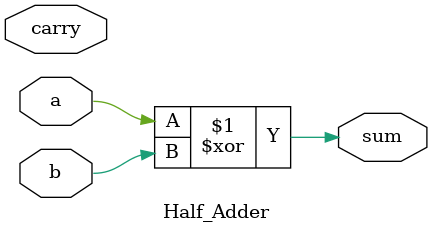
<source format=v>
`timescale 1ns / 1ps


module Half_Adder(
    input a,
    input b,
    output sum,
    input carry
    );
    
    assign sum=a^b;
    assign carry=a&b;
    
endmodule

</source>
